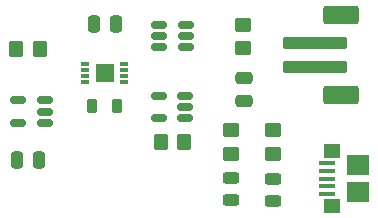
<source format=gtp>
G04 #@! TF.GenerationSoftware,KiCad,Pcbnew,(6.0.10)*
G04 #@! TF.CreationDate,2023-02-14T21:15:34-05:00*
G04 #@! TF.ProjectId,lipo_charger,6c69706f-5f63-4686-9172-6765722e6b69,rev?*
G04 #@! TF.SameCoordinates,Original*
G04 #@! TF.FileFunction,Paste,Top*
G04 #@! TF.FilePolarity,Positive*
%FSLAX46Y46*%
G04 Gerber Fmt 4.6, Leading zero omitted, Abs format (unit mm)*
G04 Created by KiCad (PCBNEW (6.0.10)) date 2023-02-14 21:15:34*
%MOMM*%
%LPD*%
G01*
G04 APERTURE LIST*
G04 Aperture macros list*
%AMRoundRect*
0 Rectangle with rounded corners*
0 $1 Rounding radius*
0 $2 $3 $4 $5 $6 $7 $8 $9 X,Y pos of 4 corners*
0 Add a 4 corners polygon primitive as box body*
4,1,4,$2,$3,$4,$5,$6,$7,$8,$9,$2,$3,0*
0 Add four circle primitives for the rounded corners*
1,1,$1+$1,$2,$3*
1,1,$1+$1,$4,$5*
1,1,$1+$1,$6,$7*
1,1,$1+$1,$8,$9*
0 Add four rect primitives between the rounded corners*
20,1,$1+$1,$2,$3,$4,$5,0*
20,1,$1+$1,$4,$5,$6,$7,0*
20,1,$1+$1,$6,$7,$8,$9,0*
20,1,$1+$1,$8,$9,$2,$3,0*%
G04 Aperture macros list end*
%ADD10RoundRect,0.150000X0.512500X0.150000X-0.512500X0.150000X-0.512500X-0.150000X0.512500X-0.150000X0*%
%ADD11RoundRect,0.250000X-2.500000X0.250000X-2.500000X-0.250000X2.500000X-0.250000X2.500000X0.250000X0*%
%ADD12RoundRect,0.250000X-1.250000X0.550000X-1.250000X-0.550000X1.250000X-0.550000X1.250000X0.550000X0*%
%ADD13RoundRect,0.250000X0.250000X0.475000X-0.250000X0.475000X-0.250000X-0.475000X0.250000X-0.475000X0*%
%ADD14RoundRect,0.250000X-0.350000X-0.450000X0.350000X-0.450000X0.350000X0.450000X-0.350000X0.450000X0*%
%ADD15RoundRect,0.250000X-0.450000X0.350000X-0.450000X-0.350000X0.450000X-0.350000X0.450000X0.350000X0*%
%ADD16RoundRect,0.243750X0.456250X-0.243750X0.456250X0.243750X-0.456250X0.243750X-0.456250X-0.243750X0*%
%ADD17R,0.750000X0.300000*%
%ADD18R,1.600000X1.500000*%
%ADD19RoundRect,0.218750X-0.218750X-0.381250X0.218750X-0.381250X0.218750X0.381250X-0.218750X0.381250X0*%
%ADD20RoundRect,0.250000X0.475000X-0.250000X0.475000X0.250000X-0.475000X0.250000X-0.475000X-0.250000X0*%
%ADD21R,1.400000X0.400000*%
%ADD22R,1.900000X1.750000*%
%ADD23R,1.450000X1.150000*%
G04 APERTURE END LIST*
D10*
X136937500Y-117250000D03*
X136937500Y-116300000D03*
X136937500Y-115350000D03*
X134662500Y-115350000D03*
X134662500Y-117250000D03*
D11*
X159782000Y-110490000D03*
X159782000Y-112490000D03*
D12*
X162032000Y-108090000D03*
X162032000Y-114890000D03*
D13*
X136450000Y-120400000D03*
X134550000Y-120400000D03*
D10*
X148863900Y-110855800D03*
X148863900Y-109905800D03*
X148863900Y-108955800D03*
X146588900Y-108955800D03*
X146588900Y-109905800D03*
X146588900Y-110855800D03*
D14*
X146726400Y-118872000D03*
X148726400Y-118872000D03*
X134500000Y-111000000D03*
X136500000Y-111000000D03*
D15*
X152654000Y-117872000D03*
X152654000Y-119872000D03*
D16*
X152654000Y-123795000D03*
X152654000Y-121920000D03*
D17*
X140354900Y-112288600D03*
X140354900Y-112788600D03*
X140354900Y-113288600D03*
X140354900Y-113788600D03*
X143659900Y-113788600D03*
X143659900Y-113288600D03*
X143659900Y-112788600D03*
X143659900Y-112288600D03*
D18*
X142029900Y-113038600D03*
D16*
X156210000Y-123873500D03*
X156210000Y-121998500D03*
D19*
X140923500Y-115798600D03*
X143048500Y-115798600D03*
D20*
X153822400Y-115377000D03*
X153822400Y-113477000D03*
D10*
X148838500Y-116850200D03*
X148838500Y-115900200D03*
X148838500Y-114950200D03*
X146563500Y-114950200D03*
X146563500Y-116850200D03*
D15*
X153695400Y-108956600D03*
X153695400Y-110956600D03*
X156210000Y-117872000D03*
X156210000Y-119872000D03*
D13*
X142961400Y-108864400D03*
X141061400Y-108864400D03*
D21*
X160830000Y-123280000D03*
X160830000Y-122630000D03*
X160830000Y-121980000D03*
X160830000Y-121330000D03*
X160830000Y-120680000D03*
D22*
X163480000Y-123105000D03*
X163480000Y-120855000D03*
D23*
X161250000Y-124300000D03*
X161250000Y-119660000D03*
M02*

</source>
